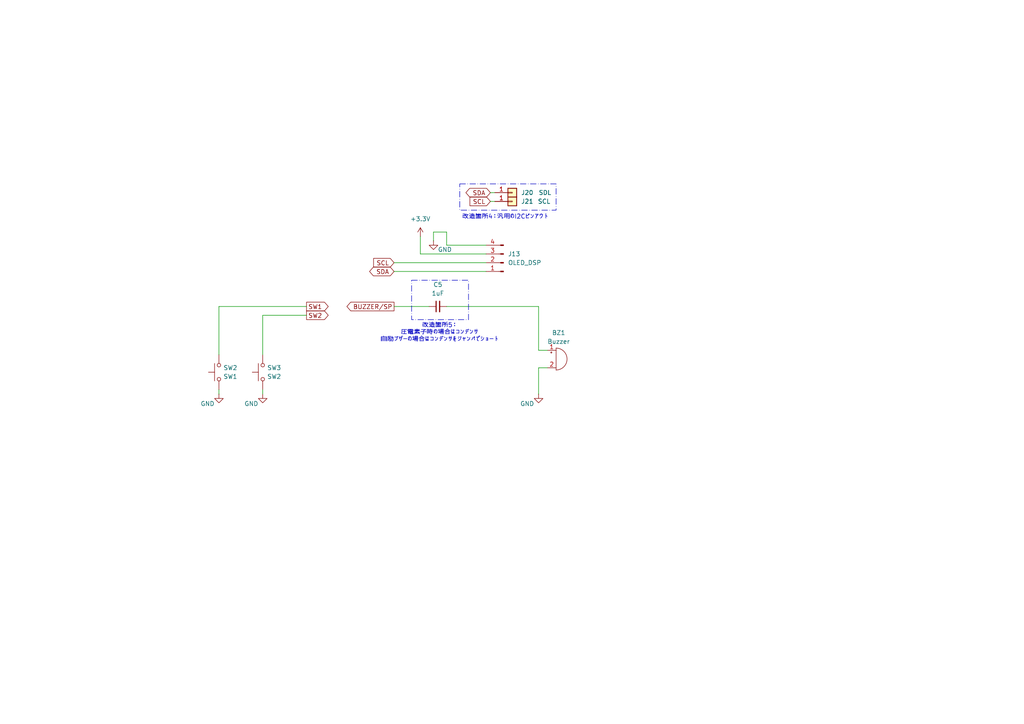
<source format=kicad_sch>
(kicad_sch
	(version 20250114)
	(generator "eeschema")
	(generator_version "9.0")
	(uuid "cf4dc680-c208-4a05-9c23-a6c0f7b0201b")
	(paper "A4")
	(lib_symbols
		(symbol "Connector:Conn_01x04_Pin"
			(pin_names
				(offset 1.016)
				(hide yes)
			)
			(exclude_from_sim no)
			(in_bom yes)
			(on_board yes)
			(property "Reference" "J"
				(at 0 5.08 0)
				(effects
					(font
						(size 1.27 1.27)
					)
				)
			)
			(property "Value" "Conn_01x04_Pin"
				(at 0 -7.62 0)
				(effects
					(font
						(size 1.27 1.27)
					)
				)
			)
			(property "Footprint" ""
				(at 0 0 0)
				(effects
					(font
						(size 1.27 1.27)
					)
					(hide yes)
				)
			)
			(property "Datasheet" "~"
				(at 0 0 0)
				(effects
					(font
						(size 1.27 1.27)
					)
					(hide yes)
				)
			)
			(property "Description" "Generic connector, single row, 01x04, script generated"
				(at 0 0 0)
				(effects
					(font
						(size 1.27 1.27)
					)
					(hide yes)
				)
			)
			(property "ki_locked" ""
				(at 0 0 0)
				(effects
					(font
						(size 1.27 1.27)
					)
				)
			)
			(property "ki_keywords" "connector"
				(at 0 0 0)
				(effects
					(font
						(size 1.27 1.27)
					)
					(hide yes)
				)
			)
			(property "ki_fp_filters" "Connector*:*_1x??_*"
				(at 0 0 0)
				(effects
					(font
						(size 1.27 1.27)
					)
					(hide yes)
				)
			)
			(symbol "Conn_01x04_Pin_1_1"
				(rectangle
					(start 0.8636 2.667)
					(end 0 2.413)
					(stroke
						(width 0.1524)
						(type default)
					)
					(fill
						(type outline)
					)
				)
				(rectangle
					(start 0.8636 0.127)
					(end 0 -0.127)
					(stroke
						(width 0.1524)
						(type default)
					)
					(fill
						(type outline)
					)
				)
				(rectangle
					(start 0.8636 -2.413)
					(end 0 -2.667)
					(stroke
						(width 0.1524)
						(type default)
					)
					(fill
						(type outline)
					)
				)
				(rectangle
					(start 0.8636 -4.953)
					(end 0 -5.207)
					(stroke
						(width 0.1524)
						(type default)
					)
					(fill
						(type outline)
					)
				)
				(polyline
					(pts
						(xy 1.27 2.54) (xy 0.8636 2.54)
					)
					(stroke
						(width 0.1524)
						(type default)
					)
					(fill
						(type none)
					)
				)
				(polyline
					(pts
						(xy 1.27 0) (xy 0.8636 0)
					)
					(stroke
						(width 0.1524)
						(type default)
					)
					(fill
						(type none)
					)
				)
				(polyline
					(pts
						(xy 1.27 -2.54) (xy 0.8636 -2.54)
					)
					(stroke
						(width 0.1524)
						(type default)
					)
					(fill
						(type none)
					)
				)
				(polyline
					(pts
						(xy 1.27 -5.08) (xy 0.8636 -5.08)
					)
					(stroke
						(width 0.1524)
						(type default)
					)
					(fill
						(type none)
					)
				)
				(pin passive line
					(at 5.08 2.54 180)
					(length 3.81)
					(name "Pin_1"
						(effects
							(font
								(size 1.27 1.27)
							)
						)
					)
					(number "1"
						(effects
							(font
								(size 1.27 1.27)
							)
						)
					)
				)
				(pin passive line
					(at 5.08 0 180)
					(length 3.81)
					(name "Pin_2"
						(effects
							(font
								(size 1.27 1.27)
							)
						)
					)
					(number "2"
						(effects
							(font
								(size 1.27 1.27)
							)
						)
					)
				)
				(pin passive line
					(at 5.08 -2.54 180)
					(length 3.81)
					(name "Pin_3"
						(effects
							(font
								(size 1.27 1.27)
							)
						)
					)
					(number "3"
						(effects
							(font
								(size 1.27 1.27)
							)
						)
					)
				)
				(pin passive line
					(at 5.08 -5.08 180)
					(length 3.81)
					(name "Pin_4"
						(effects
							(font
								(size 1.27 1.27)
							)
						)
					)
					(number "4"
						(effects
							(font
								(size 1.27 1.27)
							)
						)
					)
				)
			)
			(embedded_fonts no)
		)
		(symbol "Connector_Generic:Conn_01x01"
			(pin_names
				(offset 1.016)
				(hide yes)
			)
			(exclude_from_sim no)
			(in_bom yes)
			(on_board yes)
			(property "Reference" "J"
				(at 0 2.54 0)
				(effects
					(font
						(size 1.27 1.27)
					)
				)
			)
			(property "Value" "Conn_01x01"
				(at 0 -2.54 0)
				(effects
					(font
						(size 1.27 1.27)
					)
				)
			)
			(property "Footprint" ""
				(at 0 0 0)
				(effects
					(font
						(size 1.27 1.27)
					)
					(hide yes)
				)
			)
			(property "Datasheet" "~"
				(at 0 0 0)
				(effects
					(font
						(size 1.27 1.27)
					)
					(hide yes)
				)
			)
			(property "Description" "Generic connector, single row, 01x01, script generated (kicad-library-utils/schlib/autogen/connector/)"
				(at 0 0 0)
				(effects
					(font
						(size 1.27 1.27)
					)
					(hide yes)
				)
			)
			(property "ki_keywords" "connector"
				(at 0 0 0)
				(effects
					(font
						(size 1.27 1.27)
					)
					(hide yes)
				)
			)
			(property "ki_fp_filters" "Connector*:*_1x??_*"
				(at 0 0 0)
				(effects
					(font
						(size 1.27 1.27)
					)
					(hide yes)
				)
			)
			(symbol "Conn_01x01_1_1"
				(rectangle
					(start -1.27 1.27)
					(end 1.27 -1.27)
					(stroke
						(width 0.254)
						(type default)
					)
					(fill
						(type background)
					)
				)
				(rectangle
					(start -1.27 0.127)
					(end 0 -0.127)
					(stroke
						(width 0.1524)
						(type default)
					)
					(fill
						(type none)
					)
				)
				(pin passive line
					(at -5.08 0 0)
					(length 3.81)
					(name "Pin_1"
						(effects
							(font
								(size 1.27 1.27)
							)
						)
					)
					(number "1"
						(effects
							(font
								(size 1.27 1.27)
							)
						)
					)
				)
			)
			(embedded_fonts no)
		)
		(symbol "Device:Buzzer"
			(pin_names
				(offset 0.0254)
				(hide yes)
			)
			(exclude_from_sim no)
			(in_bom yes)
			(on_board yes)
			(property "Reference" "BZ"
				(at 3.81 1.27 0)
				(effects
					(font
						(size 1.27 1.27)
					)
					(justify left)
				)
			)
			(property "Value" "Buzzer"
				(at 3.81 -1.27 0)
				(effects
					(font
						(size 1.27 1.27)
					)
					(justify left)
				)
			)
			(property "Footprint" ""
				(at -0.635 2.54 90)
				(effects
					(font
						(size 1.27 1.27)
					)
					(hide yes)
				)
			)
			(property "Datasheet" "~"
				(at -0.635 2.54 90)
				(effects
					(font
						(size 1.27 1.27)
					)
					(hide yes)
				)
			)
			(property "Description" "Buzzer, polarized"
				(at 0 0 0)
				(effects
					(font
						(size 1.27 1.27)
					)
					(hide yes)
				)
			)
			(property "ki_keywords" "quartz resonator ceramic"
				(at 0 0 0)
				(effects
					(font
						(size 1.27 1.27)
					)
					(hide yes)
				)
			)
			(property "ki_fp_filters" "*Buzzer*"
				(at 0 0 0)
				(effects
					(font
						(size 1.27 1.27)
					)
					(hide yes)
				)
			)
			(symbol "Buzzer_0_1"
				(polyline
					(pts
						(xy -1.651 1.905) (xy -1.143 1.905)
					)
					(stroke
						(width 0)
						(type default)
					)
					(fill
						(type none)
					)
				)
				(polyline
					(pts
						(xy -1.397 2.159) (xy -1.397 1.651)
					)
					(stroke
						(width 0)
						(type default)
					)
					(fill
						(type none)
					)
				)
				(arc
					(start 0 3.175)
					(mid 3.1612 0)
					(end 0 -3.175)
					(stroke
						(width 0)
						(type default)
					)
					(fill
						(type none)
					)
				)
				(polyline
					(pts
						(xy 0 3.175) (xy 0 -3.175)
					)
					(stroke
						(width 0)
						(type default)
					)
					(fill
						(type none)
					)
				)
			)
			(symbol "Buzzer_1_1"
				(pin passive line
					(at -2.54 2.54 0)
					(length 2.54)
					(name "+"
						(effects
							(font
								(size 1.27 1.27)
							)
						)
					)
					(number "1"
						(effects
							(font
								(size 1.27 1.27)
							)
						)
					)
				)
				(pin passive line
					(at -2.54 -2.54 0)
					(length 2.54)
					(name "-"
						(effects
							(font
								(size 1.27 1.27)
							)
						)
					)
					(number "2"
						(effects
							(font
								(size 1.27 1.27)
							)
						)
					)
				)
			)
			(embedded_fonts no)
		)
		(symbol "Device:C_Small"
			(pin_numbers
				(hide yes)
			)
			(pin_names
				(offset 0.254)
				(hide yes)
			)
			(exclude_from_sim no)
			(in_bom yes)
			(on_board yes)
			(property "Reference" "C"
				(at 0.254 1.778 0)
				(effects
					(font
						(size 1.27 1.27)
					)
					(justify left)
				)
			)
			(property "Value" "C_Small"
				(at 0.254 -2.032 0)
				(effects
					(font
						(size 1.27 1.27)
					)
					(justify left)
				)
			)
			(property "Footprint" ""
				(at 0 0 0)
				(effects
					(font
						(size 1.27 1.27)
					)
					(hide yes)
				)
			)
			(property "Datasheet" "~"
				(at 0 0 0)
				(effects
					(font
						(size 1.27 1.27)
					)
					(hide yes)
				)
			)
			(property "Description" "Unpolarized capacitor, small symbol"
				(at 0 0 0)
				(effects
					(font
						(size 1.27 1.27)
					)
					(hide yes)
				)
			)
			(property "ki_keywords" "capacitor cap"
				(at 0 0 0)
				(effects
					(font
						(size 1.27 1.27)
					)
					(hide yes)
				)
			)
			(property "ki_fp_filters" "C_*"
				(at 0 0 0)
				(effects
					(font
						(size 1.27 1.27)
					)
					(hide yes)
				)
			)
			(symbol "C_Small_0_1"
				(polyline
					(pts
						(xy -1.524 0.508) (xy 1.524 0.508)
					)
					(stroke
						(width 0.3048)
						(type default)
					)
					(fill
						(type none)
					)
				)
				(polyline
					(pts
						(xy -1.524 -0.508) (xy 1.524 -0.508)
					)
					(stroke
						(width 0.3302)
						(type default)
					)
					(fill
						(type none)
					)
				)
			)
			(symbol "C_Small_1_1"
				(pin passive line
					(at 0 2.54 270)
					(length 2.032)
					(name "~"
						(effects
							(font
								(size 1.27 1.27)
							)
						)
					)
					(number "1"
						(effects
							(font
								(size 1.27 1.27)
							)
						)
					)
				)
				(pin passive line
					(at 0 -2.54 90)
					(length 2.032)
					(name "~"
						(effects
							(font
								(size 1.27 1.27)
							)
						)
					)
					(number "2"
						(effects
							(font
								(size 1.27 1.27)
							)
						)
					)
				)
			)
			(embedded_fonts no)
		)
		(symbol "Switch:SW_Push"
			(pin_numbers
				(hide yes)
			)
			(pin_names
				(offset 1.016)
				(hide yes)
			)
			(exclude_from_sim no)
			(in_bom yes)
			(on_board yes)
			(property "Reference" "SW"
				(at 1.27 2.54 0)
				(effects
					(font
						(size 1.27 1.27)
					)
					(justify left)
				)
			)
			(property "Value" "SW_Push"
				(at 0 -1.524 0)
				(effects
					(font
						(size 1.27 1.27)
					)
				)
			)
			(property "Footprint" ""
				(at 0 5.08 0)
				(effects
					(font
						(size 1.27 1.27)
					)
					(hide yes)
				)
			)
			(property "Datasheet" "~"
				(at 0 5.08 0)
				(effects
					(font
						(size 1.27 1.27)
					)
					(hide yes)
				)
			)
			(property "Description" "Push button switch, generic, two pins"
				(at 0 0 0)
				(effects
					(font
						(size 1.27 1.27)
					)
					(hide yes)
				)
			)
			(property "ki_keywords" "switch normally-open pushbutton push-button"
				(at 0 0 0)
				(effects
					(font
						(size 1.27 1.27)
					)
					(hide yes)
				)
			)
			(symbol "SW_Push_0_1"
				(circle
					(center -2.032 0)
					(radius 0.508)
					(stroke
						(width 0)
						(type default)
					)
					(fill
						(type none)
					)
				)
				(polyline
					(pts
						(xy 0 1.27) (xy 0 3.048)
					)
					(stroke
						(width 0)
						(type default)
					)
					(fill
						(type none)
					)
				)
				(circle
					(center 2.032 0)
					(radius 0.508)
					(stroke
						(width 0)
						(type default)
					)
					(fill
						(type none)
					)
				)
				(polyline
					(pts
						(xy 2.54 1.27) (xy -2.54 1.27)
					)
					(stroke
						(width 0)
						(type default)
					)
					(fill
						(type none)
					)
				)
				(pin passive line
					(at -5.08 0 0)
					(length 2.54)
					(name "1"
						(effects
							(font
								(size 1.27 1.27)
							)
						)
					)
					(number "1"
						(effects
							(font
								(size 1.27 1.27)
							)
						)
					)
				)
				(pin passive line
					(at 5.08 0 180)
					(length 2.54)
					(name "2"
						(effects
							(font
								(size 1.27 1.27)
							)
						)
					)
					(number "2"
						(effects
							(font
								(size 1.27 1.27)
							)
						)
					)
				)
			)
			(embedded_fonts no)
		)
		(symbol "power:+3.3V"
			(power)
			(pin_numbers
				(hide yes)
			)
			(pin_names
				(offset 0)
				(hide yes)
			)
			(exclude_from_sim no)
			(in_bom yes)
			(on_board yes)
			(property "Reference" "#PWR"
				(at 0 -3.81 0)
				(effects
					(font
						(size 1.27 1.27)
					)
					(hide yes)
				)
			)
			(property "Value" "+3.3V"
				(at 0 3.556 0)
				(effects
					(font
						(size 1.27 1.27)
					)
				)
			)
			(property "Footprint" ""
				(at 0 0 0)
				(effects
					(font
						(size 1.27 1.27)
					)
					(hide yes)
				)
			)
			(property "Datasheet" ""
				(at 0 0 0)
				(effects
					(font
						(size 1.27 1.27)
					)
					(hide yes)
				)
			)
			(property "Description" "Power symbol creates a global label with name \"+3.3V\""
				(at 0 0 0)
				(effects
					(font
						(size 1.27 1.27)
					)
					(hide yes)
				)
			)
			(property "ki_keywords" "global power"
				(at 0 0 0)
				(effects
					(font
						(size 1.27 1.27)
					)
					(hide yes)
				)
			)
			(symbol "+3.3V_0_1"
				(polyline
					(pts
						(xy -0.762 1.27) (xy 0 2.54)
					)
					(stroke
						(width 0)
						(type default)
					)
					(fill
						(type none)
					)
				)
				(polyline
					(pts
						(xy 0 2.54) (xy 0.762 1.27)
					)
					(stroke
						(width 0)
						(type default)
					)
					(fill
						(type none)
					)
				)
				(polyline
					(pts
						(xy 0 0) (xy 0 2.54)
					)
					(stroke
						(width 0)
						(type default)
					)
					(fill
						(type none)
					)
				)
			)
			(symbol "+3.3V_1_1"
				(pin power_in line
					(at 0 0 90)
					(length 0)
					(name "~"
						(effects
							(font
								(size 1.27 1.27)
							)
						)
					)
					(number "1"
						(effects
							(font
								(size 1.27 1.27)
							)
						)
					)
				)
			)
			(embedded_fonts no)
		)
		(symbol "power:GND"
			(power)
			(pin_numbers
				(hide yes)
			)
			(pin_names
				(offset 0)
				(hide yes)
			)
			(exclude_from_sim no)
			(in_bom yes)
			(on_board yes)
			(property "Reference" "#PWR"
				(at 0 -6.35 0)
				(effects
					(font
						(size 1.27 1.27)
					)
					(hide yes)
				)
			)
			(property "Value" "GND"
				(at 0 -3.81 0)
				(effects
					(font
						(size 1.27 1.27)
					)
				)
			)
			(property "Footprint" ""
				(at 0 0 0)
				(effects
					(font
						(size 1.27 1.27)
					)
					(hide yes)
				)
			)
			(property "Datasheet" ""
				(at 0 0 0)
				(effects
					(font
						(size 1.27 1.27)
					)
					(hide yes)
				)
			)
			(property "Description" "Power symbol creates a global label with name \"GND\" , ground"
				(at 0 0 0)
				(effects
					(font
						(size 1.27 1.27)
					)
					(hide yes)
				)
			)
			(property "ki_keywords" "global power"
				(at 0 0 0)
				(effects
					(font
						(size 1.27 1.27)
					)
					(hide yes)
				)
			)
			(symbol "GND_0_1"
				(polyline
					(pts
						(xy 0 0) (xy 0 -1.27) (xy 1.27 -1.27) (xy 0 -2.54) (xy -1.27 -1.27) (xy 0 -1.27)
					)
					(stroke
						(width 0)
						(type default)
					)
					(fill
						(type none)
					)
				)
			)
			(symbol "GND_1_1"
				(pin power_in line
					(at 0 0 270)
					(length 0)
					(name "~"
						(effects
							(font
								(size 1.27 1.27)
							)
						)
					)
					(number "1"
						(effects
							(font
								(size 1.27 1.27)
							)
						)
					)
				)
			)
			(embedded_fonts no)
		)
	)
	(rectangle
		(start 133.35 53.34)
		(end 161.29 60.96)
		(stroke
			(width 0)
			(type dash_dot)
		)
		(fill
			(type none)
		)
		(uuid 8abbbbd0-ad5e-44a6-b60d-10566a960b8b)
	)
	(rectangle
		(start 119.38 81.28)
		(end 135.89 92.71)
		(stroke
			(width 0)
			(type dash_dot)
		)
		(fill
			(type none)
		)
		(uuid dfff5493-25e8-4f1a-8c22-61648e9ad355)
	)
	(text "改造箇所5：\n圧電素子時の場合はコンデンサ\n自励ブザーの場合はコンデンサをジャンパでショート"
		(exclude_from_sim no)
		(at 127.508 96.52 0)
		(effects
			(font
				(size 1.27 1.27)
			)
		)
		(uuid "97240e43-691b-4e23-9635-15d7f36db56e")
	)
	(text "改造箇所4：汎用のI2Cピンアウト"
		(exclude_from_sim no)
		(at 146.558 62.992 0)
		(effects
			(font
				(size 1.27 1.27)
			)
		)
		(uuid "f21d4168-d131-493f-ad9b-793ca43c0473")
	)
	(wire
		(pts
			(xy 158.75 101.6) (xy 156.21 101.6)
		)
		(stroke
			(width 0)
			(type default)
		)
		(uuid "15d71e8d-2904-446e-965f-a68eca4a9a9b")
	)
	(wire
		(pts
			(xy 63.5 102.87) (xy 63.5 88.9)
		)
		(stroke
			(width 0)
			(type default)
		)
		(uuid "3a2d224f-3df3-4372-9deb-2a5db5a445a5")
	)
	(wire
		(pts
			(xy 63.5 88.9) (xy 88.9 88.9)
		)
		(stroke
			(width 0)
			(type default)
		)
		(uuid "440ff213-0b92-432d-8ae3-909a31b499a3")
	)
	(wire
		(pts
			(xy 142.24 58.42) (xy 143.51 58.42)
		)
		(stroke
			(width 0)
			(type default)
		)
		(uuid "491651c4-3c96-4c83-8bda-a80ab597e20f")
	)
	(wire
		(pts
			(xy 129.54 67.31) (xy 129.54 71.12)
		)
		(stroke
			(width 0)
			(type default)
		)
		(uuid "4cefa223-9e8c-4842-a228-4653004aded7")
	)
	(wire
		(pts
			(xy 129.54 71.12) (xy 140.97 71.12)
		)
		(stroke
			(width 0)
			(type default)
		)
		(uuid "59b83328-ac86-4dfb-9560-25fb1cc8393b")
	)
	(wire
		(pts
			(xy 125.73 69.85) (xy 125.73 67.31)
		)
		(stroke
			(width 0)
			(type default)
		)
		(uuid "61e7116e-d316-4163-b2f2-5025d3c0498d")
	)
	(wire
		(pts
			(xy 114.3 88.9) (xy 124.46 88.9)
		)
		(stroke
			(width 0)
			(type default)
		)
		(uuid "89514ff2-d934-4f14-b0c5-9b84b128740f")
	)
	(wire
		(pts
			(xy 63.5 113.03) (xy 63.5 114.3)
		)
		(stroke
			(width 0)
			(type default)
		)
		(uuid "8eaf05ce-2b82-44b6-b57e-965dc3b798ba")
	)
	(wire
		(pts
			(xy 142.24 55.88) (xy 143.51 55.88)
		)
		(stroke
			(width 0)
			(type default)
		)
		(uuid "96ab5851-4a5c-43e6-bfd0-77fe80d299ec")
	)
	(wire
		(pts
			(xy 114.3 76.2) (xy 140.97 76.2)
		)
		(stroke
			(width 0)
			(type default)
		)
		(uuid "a7811313-1706-4626-a5d1-1812c1617855")
	)
	(wire
		(pts
			(xy 156.21 106.68) (xy 156.21 114.3)
		)
		(stroke
			(width 0)
			(type default)
		)
		(uuid "a9d1961d-b550-4dfc-8a20-d2653d05587a")
	)
	(wire
		(pts
			(xy 121.92 73.66) (xy 140.97 73.66)
		)
		(stroke
			(width 0)
			(type default)
		)
		(uuid "bae929a5-b942-410f-ae61-91f44f20d0c4")
	)
	(wire
		(pts
			(xy 76.2 102.87) (xy 76.2 91.44)
		)
		(stroke
			(width 0)
			(type default)
		)
		(uuid "cc3a0922-a835-4196-880f-eac9a4475595")
	)
	(wire
		(pts
			(xy 156.21 106.68) (xy 158.75 106.68)
		)
		(stroke
			(width 0)
			(type default)
		)
		(uuid "ccd65596-6f08-4eaf-b0de-5912926c098f")
	)
	(wire
		(pts
			(xy 125.73 67.31) (xy 129.54 67.31)
		)
		(stroke
			(width 0)
			(type default)
		)
		(uuid "d27848c3-3fd5-4997-8880-ebab9ffcf168")
	)
	(wire
		(pts
			(xy 129.54 88.9) (xy 156.21 88.9)
		)
		(stroke
			(width 0)
			(type default)
		)
		(uuid "d2bed7ff-a317-4029-b204-e2eb7dae9f24")
	)
	(wire
		(pts
			(xy 76.2 91.44) (xy 88.9 91.44)
		)
		(stroke
			(width 0)
			(type default)
		)
		(uuid "dc1d4dd7-947f-461d-85b3-da82ef94c39a")
	)
	(wire
		(pts
			(xy 114.3 78.74) (xy 140.97 78.74)
		)
		(stroke
			(width 0)
			(type default)
		)
		(uuid "e89e0c73-dc26-42f2-88fd-4ad56f321995")
	)
	(wire
		(pts
			(xy 76.2 113.03) (xy 76.2 114.3)
		)
		(stroke
			(width 0)
			(type default)
		)
		(uuid "f372806b-6335-4fcb-a1d1-f56486960fa6")
	)
	(wire
		(pts
			(xy 121.92 68.58) (xy 121.92 73.66)
		)
		(stroke
			(width 0)
			(type default)
		)
		(uuid "f62ad0cd-e23a-4fd9-826e-aea559074b78")
	)
	(wire
		(pts
			(xy 156.21 101.6) (xy 156.21 88.9)
		)
		(stroke
			(width 0)
			(type default)
		)
		(uuid "f6bd6343-7718-4b32-850e-bb882061eeb4")
	)
	(global_label "BUZZER{slash}SP"
		(shape output)
		(at 114.3 88.9 180)
		(fields_autoplaced yes)
		(effects
			(font
				(size 1.27 1.27)
			)
			(justify right)
		)
		(uuid "09623302-b112-4833-888d-bdc8d89caded")
		(property "Intersheetrefs" "${INTERSHEET_REFS}"
			(at 100.0663 88.9 0)
			(effects
				(font
					(size 1.27 1.27)
				)
				(justify right)
				(hide yes)
			)
		)
	)
	(global_label "SCL"
		(shape input)
		(at 114.3 76.2 180)
		(fields_autoplaced yes)
		(effects
			(font
				(size 1.27 1.27)
			)
			(justify right)
		)
		(uuid "13155e6f-b203-4585-b55c-95525f768266")
		(property "Intersheetrefs" "${INTERSHEET_REFS}"
			(at 107.8072 76.2 0)
			(effects
				(font
					(size 1.27 1.27)
				)
				(justify right)
				(hide yes)
			)
		)
	)
	(global_label "SW2"
		(shape output)
		(at 88.9 91.44 0)
		(fields_autoplaced yes)
		(effects
			(font
				(size 1.27 1.27)
			)
			(justify left)
		)
		(uuid "28d85d64-6222-499f-93a6-074def30cf36")
		(property "Intersheetrefs" "${INTERSHEET_REFS}"
			(at 95.7556 91.44 0)
			(effects
				(font
					(size 1.27 1.27)
				)
				(justify left)
				(hide yes)
			)
		)
	)
	(global_label "SDA"
		(shape bidirectional)
		(at 114.3 78.74 180)
		(fields_autoplaced yes)
		(effects
			(font
				(size 1.27 1.27)
			)
			(justify right)
		)
		(uuid "43d52157-84d1-42ea-9979-67a6eedf557e")
		(property "Intersheetrefs" "${INTERSHEET_REFS}"
			(at 106.6354 78.74 0)
			(effects
				(font
					(size 1.27 1.27)
				)
				(justify right)
				(hide yes)
			)
		)
	)
	(global_label "SCL"
		(shape input)
		(at 142.24 58.42 180)
		(fields_autoplaced yes)
		(effects
			(font
				(size 1.27 1.27)
			)
			(justify right)
		)
		(uuid "9474aab7-be69-41f8-891c-c9f1c7fb15b8")
		(property "Intersheetrefs" "${INTERSHEET_REFS}"
			(at 135.7472 58.42 0)
			(effects
				(font
					(size 1.27 1.27)
				)
				(justify right)
				(hide yes)
			)
		)
	)
	(global_label "SDA"
		(shape bidirectional)
		(at 142.24 55.88 180)
		(fields_autoplaced yes)
		(effects
			(font
				(size 1.27 1.27)
			)
			(justify right)
		)
		(uuid "a87e50ae-d9b7-4e0e-b049-aa21f3137580")
		(property "Intersheetrefs" "${INTERSHEET_REFS}"
			(at 134.5754 55.88 0)
			(effects
				(font
					(size 1.27 1.27)
				)
				(justify right)
				(hide yes)
			)
		)
	)
	(global_label "SW1"
		(shape output)
		(at 88.9 88.9 0)
		(fields_autoplaced yes)
		(effects
			(font
				(size 1.27 1.27)
			)
			(justify left)
		)
		(uuid "d742e1d7-bdab-4fd4-9c86-9057a80ab5ea")
		(property "Intersheetrefs" "${INTERSHEET_REFS}"
			(at 95.7556 88.9 0)
			(effects
				(font
					(size 1.27 1.27)
				)
				(justify left)
				(hide yes)
			)
		)
	)
	(symbol
		(lib_id "Switch:SW_Push")
		(at 76.2 107.95 90)
		(unit 1)
		(exclude_from_sim no)
		(in_bom yes)
		(on_board yes)
		(dnp no)
		(fields_autoplaced yes)
		(uuid "043ed3cb-2d3c-40d6-bd83-609a8caea885")
		(property "Reference" "SW3"
			(at 77.47 106.6799 90)
			(effects
				(font
					(size 1.27 1.27)
				)
				(justify right)
			)
		)
		(property "Value" "SW2"
			(at 77.47 109.2199 90)
			(effects
				(font
					(size 1.27 1.27)
				)
				(justify right)
			)
		)
		(property "Footprint" "Button_Switch_THT:SW_PUSH_6mm_H7.3mm"
			(at 71.12 107.95 0)
			(effects
				(font
					(size 1.27 1.27)
				)
				(hide yes)
			)
		)
		(property "Datasheet" "~"
			(at 71.12 107.95 0)
			(effects
				(font
					(size 1.27 1.27)
				)
				(hide yes)
			)
		)
		(property "Description" "Push button switch, generic, two pins"
			(at 76.2 107.95 0)
			(effects
				(font
					(size 1.27 1.27)
				)
				(hide yes)
			)
		)
		(pin "2"
			(uuid "4a5eb715-6128-4d9f-820e-f45651814bd5")
		)
		(pin "1"
			(uuid "63c46294-17a6-484e-b43e-ae1f72556496")
		)
		(instances
			(project "TrainingTracer"
				(path "/914faf3b-320c-40a9-bc45-7ad88109862b/ec25bfe1-cfeb-4ed3-b476-0b024cf64fa4"
					(reference "SW3")
					(unit 1)
				)
			)
		)
	)
	(symbol
		(lib_id "power:GND")
		(at 156.21 114.3 0)
		(unit 1)
		(exclude_from_sim no)
		(in_bom yes)
		(on_board yes)
		(dnp no)
		(uuid "175a14dd-f652-4c96-9fed-47d6aba54f53")
		(property "Reference" "#PWR057"
			(at 156.21 120.65 0)
			(effects
				(font
					(size 1.27 1.27)
				)
				(hide yes)
			)
		)
		(property "Value" "GND"
			(at 152.908 117.094 0)
			(effects
				(font
					(size 1.27 1.27)
				)
			)
		)
		(property "Footprint" ""
			(at 156.21 114.3 0)
			(effects
				(font
					(size 1.27 1.27)
				)
				(hide yes)
			)
		)
		(property "Datasheet" ""
			(at 156.21 114.3 0)
			(effects
				(font
					(size 1.27 1.27)
				)
				(hide yes)
			)
		)
		(property "Description" "Power symbol creates a global label with name \"GND\" , ground"
			(at 156.21 114.3 0)
			(effects
				(font
					(size 1.27 1.27)
				)
				(hide yes)
			)
		)
		(pin "1"
			(uuid "c63647f5-775e-459d-b44c-deca899366d4")
		)
		(instances
			(project "TrainingTracer"
				(path "/914faf3b-320c-40a9-bc45-7ad88109862b/ec25bfe1-cfeb-4ed3-b476-0b024cf64fa4"
					(reference "#PWR057")
					(unit 1)
				)
			)
		)
	)
	(symbol
		(lib_id "power:GND")
		(at 63.5 114.3 0)
		(unit 1)
		(exclude_from_sim no)
		(in_bom yes)
		(on_board yes)
		(dnp no)
		(uuid "41292d84-1fc8-41ad-bff0-8f8da800cf9f")
		(property "Reference" "#PWR053"
			(at 63.5 120.65 0)
			(effects
				(font
					(size 1.27 1.27)
				)
				(hide yes)
			)
		)
		(property "Value" "GND"
			(at 60.198 117.094 0)
			(effects
				(font
					(size 1.27 1.27)
				)
			)
		)
		(property "Footprint" ""
			(at 63.5 114.3 0)
			(effects
				(font
					(size 1.27 1.27)
				)
				(hide yes)
			)
		)
		(property "Datasheet" ""
			(at 63.5 114.3 0)
			(effects
				(font
					(size 1.27 1.27)
				)
				(hide yes)
			)
		)
		(property "Description" "Power symbol creates a global label with name \"GND\" , ground"
			(at 63.5 114.3 0)
			(effects
				(font
					(size 1.27 1.27)
				)
				(hide yes)
			)
		)
		(pin "1"
			(uuid "bc7dd2b6-178e-4a94-a2e9-56b214faa99d")
		)
		(instances
			(project ""
				(path "/914faf3b-320c-40a9-bc45-7ad88109862b/ec25bfe1-cfeb-4ed3-b476-0b024cf64fa4"
					(reference "#PWR053")
					(unit 1)
				)
			)
		)
	)
	(symbol
		(lib_id "Connector_Generic:Conn_01x01")
		(at 148.59 55.88 0)
		(unit 1)
		(exclude_from_sim no)
		(in_bom yes)
		(on_board yes)
		(dnp no)
		(uuid "56533c5b-5741-404a-84b3-31cf2321c8c6")
		(property "Reference" "J20"
			(at 151.13 55.88 0)
			(effects
				(font
					(size 1.27 1.27)
				)
				(justify left)
			)
		)
		(property "Value" "SDL"
			(at 156.21 55.88 0)
			(effects
				(font
					(size 1.27 1.27)
				)
				(justify left)
			)
		)
		(property "Footprint" "Connector_PinHeader_1.00mm:PinHeader_1x01_P1.00mm_Vertical"
			(at 148.59 55.88 0)
			(effects
				(font
					(size 1.27 1.27)
				)
				(hide yes)
			)
		)
		(property "Datasheet" "~"
			(at 148.59 55.88 0)
			(effects
				(font
					(size 1.27 1.27)
				)
				(hide yes)
			)
		)
		(property "Description" "Generic connector, single row, 01x01, script generated (kicad-library-utils/schlib/autogen/connector/)"
			(at 148.59 55.88 0)
			(effects
				(font
					(size 1.27 1.27)
				)
				(hide yes)
			)
		)
		(pin "1"
			(uuid "d268d775-92da-4a87-bf13-55b9c428e267")
		)
		(instances
			(project ""
				(path "/914faf3b-320c-40a9-bc45-7ad88109862b/ec25bfe1-cfeb-4ed3-b476-0b024cf64fa4"
					(reference "J20")
					(unit 1)
				)
			)
		)
	)
	(symbol
		(lib_id "Connector_Generic:Conn_01x01")
		(at 148.59 58.42 0)
		(unit 1)
		(exclude_from_sim no)
		(in_bom yes)
		(on_board yes)
		(dnp no)
		(uuid "62a47e81-43dd-4020-90f0-bd3d146e8761")
		(property "Reference" "J21"
			(at 151.13 58.42 0)
			(effects
				(font
					(size 1.27 1.27)
				)
				(justify left)
			)
		)
		(property "Value" "SCL"
			(at 155.956 58.42 0)
			(effects
				(font
					(size 1.27 1.27)
				)
				(justify left)
			)
		)
		(property "Footprint" "Connector_PinHeader_1.00mm:PinHeader_1x01_P1.00mm_Vertical"
			(at 148.59 58.42 0)
			(effects
				(font
					(size 1.27 1.27)
				)
				(hide yes)
			)
		)
		(property "Datasheet" "~"
			(at 148.59 58.42 0)
			(effects
				(font
					(size 1.27 1.27)
				)
				(hide yes)
			)
		)
		(property "Description" "Generic connector, single row, 01x01, script generated (kicad-library-utils/schlib/autogen/connector/)"
			(at 148.59 58.42 0)
			(effects
				(font
					(size 1.27 1.27)
				)
				(hide yes)
			)
		)
		(pin "1"
			(uuid "8c07b207-a690-4c14-9fd8-877a0c65c677")
		)
		(instances
			(project "TrainingTracer"
				(path "/914faf3b-320c-40a9-bc45-7ad88109862b/ec25bfe1-cfeb-4ed3-b476-0b024cf64fa4"
					(reference "J21")
					(unit 1)
				)
			)
		)
	)
	(symbol
		(lib_id "Device:Buzzer")
		(at 161.29 104.14 0)
		(unit 1)
		(exclude_from_sim no)
		(in_bom yes)
		(on_board yes)
		(dnp no)
		(fields_autoplaced yes)
		(uuid "727770c6-dfd4-4d0f-908f-899fb3aa2149")
		(property "Reference" "BZ1"
			(at 162.0451 96.52 0)
			(effects
				(font
					(size 1.27 1.27)
				)
			)
		)
		(property "Value" "Buzzer"
			(at 162.0451 99.06 0)
			(effects
				(font
					(size 1.27 1.27)
				)
			)
		)
		(property "Footprint" "Buzzer_Beeper:Buzzer_12x9.5RM7.6"
			(at 160.655 101.6 90)
			(effects
				(font
					(size 1.27 1.27)
				)
				(hide yes)
			)
		)
		(property "Datasheet" "~"
			(at 160.655 101.6 90)
			(effects
				(font
					(size 1.27 1.27)
				)
				(hide yes)
			)
		)
		(property "Description" "Buzzer, polarized"
			(at 161.29 104.14 0)
			(effects
				(font
					(size 1.27 1.27)
				)
				(hide yes)
			)
		)
		(pin "1"
			(uuid "f3137260-faf2-4251-aa93-e147df96768c")
		)
		(pin "2"
			(uuid "9f431f25-c49d-49b5-ac2d-29645a684bfb")
		)
		(instances
			(project ""
				(path "/914faf3b-320c-40a9-bc45-7ad88109862b/ec25bfe1-cfeb-4ed3-b476-0b024cf64fa4"
					(reference "BZ1")
					(unit 1)
				)
			)
		)
	)
	(symbol
		(lib_id "Switch:SW_Push")
		(at 63.5 107.95 90)
		(unit 1)
		(exclude_from_sim no)
		(in_bom yes)
		(on_board yes)
		(dnp no)
		(fields_autoplaced yes)
		(uuid "d448ae83-90ba-448b-abb9-16c44237a10e")
		(property "Reference" "SW2"
			(at 64.77 106.6799 90)
			(effects
				(font
					(size 1.27 1.27)
				)
				(justify right)
			)
		)
		(property "Value" "SW1"
			(at 64.77 109.2199 90)
			(effects
				(font
					(size 1.27 1.27)
				)
				(justify right)
			)
		)
		(property "Footprint" "Button_Switch_THT:SW_PUSH_6mm_H7.3mm"
			(at 58.42 107.95 0)
			(effects
				(font
					(size 1.27 1.27)
				)
				(hide yes)
			)
		)
		(property "Datasheet" "~"
			(at 58.42 107.95 0)
			(effects
				(font
					(size 1.27 1.27)
				)
				(hide yes)
			)
		)
		(property "Description" "Push button switch, generic, two pins"
			(at 63.5 107.95 0)
			(effects
				(font
					(size 1.27 1.27)
				)
				(hide yes)
			)
		)
		(pin "2"
			(uuid "fbd74751-7cac-4d4f-86f2-868f9da60498")
		)
		(pin "1"
			(uuid "896a2a03-69b4-4f06-aa82-3b3b1c54282e")
		)
		(instances
			(project ""
				(path "/914faf3b-320c-40a9-bc45-7ad88109862b/ec25bfe1-cfeb-4ed3-b476-0b024cf64fa4"
					(reference "SW2")
					(unit 1)
				)
			)
		)
	)
	(symbol
		(lib_id "Device:C_Small")
		(at 127 88.9 90)
		(unit 1)
		(exclude_from_sim no)
		(in_bom yes)
		(on_board yes)
		(dnp no)
		(fields_autoplaced yes)
		(uuid "d59341f3-c61d-40e6-a78a-b674ae7430d6")
		(property "Reference" "C5"
			(at 127.0063 82.55 90)
			(effects
				(font
					(size 1.27 1.27)
				)
			)
		)
		(property "Value" "1uF"
			(at 127.0063 85.09 90)
			(effects
				(font
					(size 1.27 1.27)
				)
			)
		)
		(property "Footprint" "Capacitor_THT:C_Disc_D5.0mm_W2.5mm_P5.00mm"
			(at 127 88.9 0)
			(effects
				(font
					(size 1.27 1.27)
				)
				(hide yes)
			)
		)
		(property "Datasheet" "~"
			(at 127 88.9 0)
			(effects
				(font
					(size 1.27 1.27)
				)
				(hide yes)
			)
		)
		(property "Description" "Unpolarized capacitor, small symbol"
			(at 127 88.9 0)
			(effects
				(font
					(size 1.27 1.27)
				)
				(hide yes)
			)
		)
		(pin "1"
			(uuid "1e4e7649-438c-451c-9d6b-d54530f154ea")
		)
		(pin "2"
			(uuid "fc3a946b-fded-441e-b1d8-71a164cf5c11")
		)
		(instances
			(project ""
				(path "/914faf3b-320c-40a9-bc45-7ad88109862b/ec25bfe1-cfeb-4ed3-b476-0b024cf64fa4"
					(reference "C5")
					(unit 1)
				)
			)
		)
	)
	(symbol
		(lib_id "power:GND")
		(at 76.2 114.3 0)
		(unit 1)
		(exclude_from_sim no)
		(in_bom yes)
		(on_board yes)
		(dnp no)
		(uuid "d6b17049-3864-4fe8-8a64-32d41b00f906")
		(property "Reference" "#PWR054"
			(at 76.2 120.65 0)
			(effects
				(font
					(size 1.27 1.27)
				)
				(hide yes)
			)
		)
		(property "Value" "GND"
			(at 72.898 117.094 0)
			(effects
				(font
					(size 1.27 1.27)
				)
			)
		)
		(property "Footprint" ""
			(at 76.2 114.3 0)
			(effects
				(font
					(size 1.27 1.27)
				)
				(hide yes)
			)
		)
		(property "Datasheet" ""
			(at 76.2 114.3 0)
			(effects
				(font
					(size 1.27 1.27)
				)
				(hide yes)
			)
		)
		(property "Description" "Power symbol creates a global label with name \"GND\" , ground"
			(at 76.2 114.3 0)
			(effects
				(font
					(size 1.27 1.27)
				)
				(hide yes)
			)
		)
		(pin "1"
			(uuid "d9042b14-6904-41d9-b0b0-045a7093f760")
		)
		(instances
			(project "TrainingTracer"
				(path "/914faf3b-320c-40a9-bc45-7ad88109862b/ec25bfe1-cfeb-4ed3-b476-0b024cf64fa4"
					(reference "#PWR054")
					(unit 1)
				)
			)
		)
	)
	(symbol
		(lib_id "power:GND")
		(at 125.73 69.85 0)
		(unit 1)
		(exclude_from_sim no)
		(in_bom yes)
		(on_board yes)
		(dnp no)
		(uuid "db58f384-f839-4745-9347-4af96da4c865")
		(property "Reference" "#PWR056"
			(at 125.73 76.2 0)
			(effects
				(font
					(size 1.27 1.27)
				)
				(hide yes)
			)
		)
		(property "Value" "GND"
			(at 129.032 72.39 0)
			(effects
				(font
					(size 1.27 1.27)
				)
			)
		)
		(property "Footprint" ""
			(at 125.73 69.85 0)
			(effects
				(font
					(size 1.27 1.27)
				)
				(hide yes)
			)
		)
		(property "Datasheet" ""
			(at 125.73 69.85 0)
			(effects
				(font
					(size 1.27 1.27)
				)
				(hide yes)
			)
		)
		(property "Description" "Power symbol creates a global label with name \"GND\" , ground"
			(at 125.73 69.85 0)
			(effects
				(font
					(size 1.27 1.27)
				)
				(hide yes)
			)
		)
		(pin "1"
			(uuid "32ded92b-b14a-4df5-9b79-47d9e6805448")
		)
		(instances
			(project ""
				(path "/914faf3b-320c-40a9-bc45-7ad88109862b/ec25bfe1-cfeb-4ed3-b476-0b024cf64fa4"
					(reference "#PWR056")
					(unit 1)
				)
			)
		)
	)
	(symbol
		(lib_id "power:+3.3V")
		(at 121.92 68.58 0)
		(unit 1)
		(exclude_from_sim no)
		(in_bom yes)
		(on_board yes)
		(dnp no)
		(fields_autoplaced yes)
		(uuid "e6b2c785-db6b-4412-b0e9-da9d88c69d09")
		(property "Reference" "#PWR055"
			(at 121.92 72.39 0)
			(effects
				(font
					(size 1.27 1.27)
				)
				(hide yes)
			)
		)
		(property "Value" "+3.3V"
			(at 121.92 63.5 0)
			(effects
				(font
					(size 1.27 1.27)
				)
			)
		)
		(property "Footprint" ""
			(at 121.92 68.58 0)
			(effects
				(font
					(size 1.27 1.27)
				)
				(hide yes)
			)
		)
		(property "Datasheet" ""
			(at 121.92 68.58 0)
			(effects
				(font
					(size 1.27 1.27)
				)
				(hide yes)
			)
		)
		(property "Description" "Power symbol creates a global label with name \"+3.3V\""
			(at 121.92 68.58 0)
			(effects
				(font
					(size 1.27 1.27)
				)
				(hide yes)
			)
		)
		(pin "1"
			(uuid "9224b0b8-dfdf-490e-867b-825b9ac25b9f")
		)
		(instances
			(project ""
				(path "/914faf3b-320c-40a9-bc45-7ad88109862b/ec25bfe1-cfeb-4ed3-b476-0b024cf64fa4"
					(reference "#PWR055")
					(unit 1)
				)
			)
		)
	)
	(symbol
		(lib_id "Connector:Conn_01x04_Pin")
		(at 146.05 76.2 180)
		(unit 1)
		(exclude_from_sim no)
		(in_bom yes)
		(on_board yes)
		(dnp no)
		(fields_autoplaced yes)
		(uuid "e91031c3-c221-4b3f-bddc-b61f9b31134e")
		(property "Reference" "J13"
			(at 147.32 73.6599 0)
			(effects
				(font
					(size 1.27 1.27)
				)
				(justify right)
			)
		)
		(property "Value" "OLED_DSP"
			(at 147.32 76.1999 0)
			(effects
				(font
					(size 1.27 1.27)
				)
				(justify right)
			)
		)
		(property "Footprint" "Connector_JST:JST_ZH_B4B-ZR_1x04_P1.50mm_Vertical"
			(at 146.05 76.2 0)
			(effects
				(font
					(size 1.27 1.27)
				)
				(hide yes)
			)
		)
		(property "Datasheet" "~"
			(at 146.05 76.2 0)
			(effects
				(font
					(size 1.27 1.27)
				)
				(hide yes)
			)
		)
		(property "Description" "Generic connector, single row, 01x04, script generated"
			(at 146.05 76.2 0)
			(effects
				(font
					(size 1.27 1.27)
				)
				(hide yes)
			)
		)
		(pin "4"
			(uuid "20e9950c-3cc5-439f-9ec2-28e12937cb43")
		)
		(pin "1"
			(uuid "35c0c74e-3ebd-4976-b03c-11b21befbb49")
		)
		(pin "2"
			(uuid "2c237a92-9b83-447d-a86e-695a1935da3d")
		)
		(pin "3"
			(uuid "0a61122c-e99d-47ba-b26d-7ec02b2b4cf1")
		)
		(instances
			(project ""
				(path "/914faf3b-320c-40a9-bc45-7ad88109862b/ec25bfe1-cfeb-4ed3-b476-0b024cf64fa4"
					(reference "J13")
					(unit 1)
				)
			)
		)
	)
)

</source>
